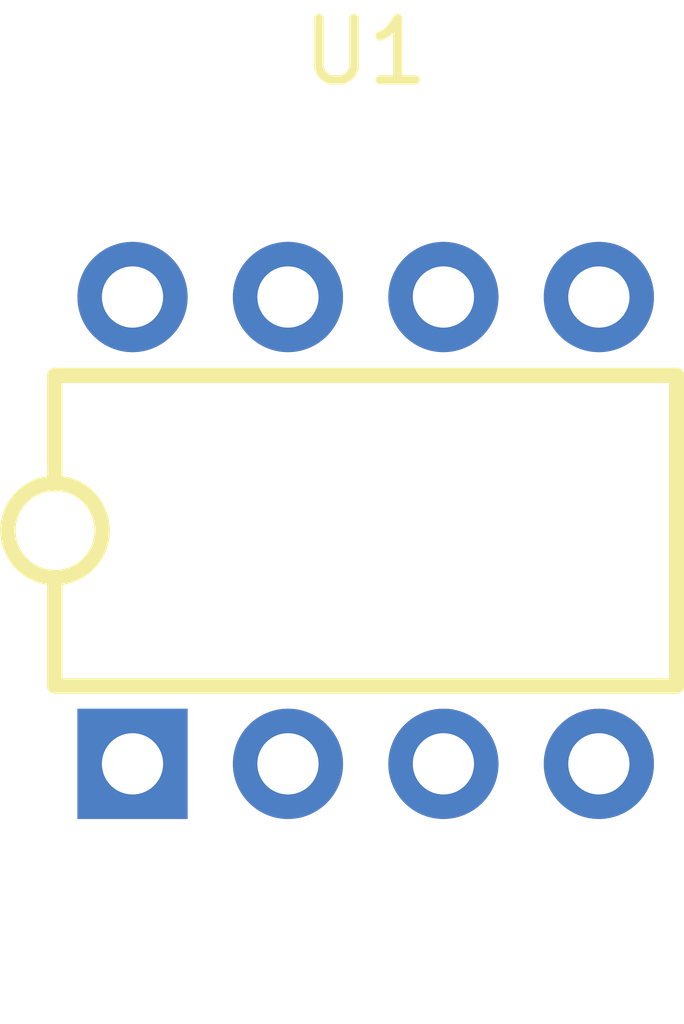
<source format=kicad_pcb>
(kicad_pcb (version 20221018) (generator pcbnew)
  (layers (0 "F.Cu" signal) (31 "B.Cu" signal) (34 "B.Paste" user) (35 "F.Paste" user) (36 "B.SilkS" user "B.Silkscreen") (37 "F.SilkS" user "F.Silkscreen") (38 "B.Mask" user) (39 "F.Mask" user) (44 "Edge.Cuts" user))
  (net 0 "")
  (net 1 "Timer555-gnd")
  (net 2 "timer-trigger")
  (net 3 "timer-output")
  (net 4 "timer-reset")
  (net 5 "timer-ctrl_v")
  (net 6 "timer-threshold")
  (net 7 "timer-discharge")
  (net 8 "Timer555-vcc_5v")
  (footprint "lib:DIP-8_L9.7-W6.4-P2.54-LS7.6-BL" (layer "F.Cu") (at 147.59 98.89)
    (fp_text reference "U1" (at 0 -7.81) (layer "F.SilkS"))
    (fp_text value "")
    (fp_line (start -5.08 -2.53) (end 5.08 -2.53) (stroke (width 0.25)) (layer "F.SilkS"))
    (fp_line (start -5.08 -0.76) (end -5.08 -2.53) (stroke (width 0.25)) (layer "F.SilkS"))
    (fp_line (start -5.08 2.54) (end -5.08 0.77) (stroke (width 0.25)) (layer "F.SilkS"))
    (fp_line (start -5.08 2.54) (end 5.08 2.54) (stroke (width 0.25)) (layer "F.SilkS"))
    (fp_line (start 5.08 2.54) (end 5.08 -2.53) (stroke (width 0.25)) (layer "F.SilkS"))
    (fp_arc (start -5.093438 0.769883) (mid -5.073281 -0.769971) (end -5.08 0.77) (stroke (width 0.25)) (layer "F.SilkS"))
    (pad "1" thru_hole rect (at -3.81 3.81) (size 1.8 1.8) (drill 0.999998) (layers "*.Cu" "*.Mask") (net 1 "Timer555-gnd"))
    (pad "2" thru_hole circle (at -1.27 3.81) (size 1.8 1.8) (drill 0.999998) (layers "*.Cu" "*.Mask") (net 2 "timer-trigger"))
    (pad "3" thru_hole circle (at 1.27 3.81) (size 1.8 1.8) (drill 0.999998) (layers "*.Cu" "*.Mask") (net 3 "timer-output"))
    (pad "4" thru_hole circle (at 3.81 3.81) (size 1.8 1.8) (drill 0.999998) (layers "*.Cu" "*.Mask") (net 4 "timer-reset"))
    (pad "5" thru_hole circle (at 3.81 -3.81) (size 1.8 1.8) (drill 0.999998) (layers "*.Cu" "*.Mask") (net 5 "timer-ctrl_v"))
    (pad "6" thru_hole circle (at 1.27 -3.81) (size 1.8 1.8) (drill 0.999998) (layers "*.Cu" "*.Mask") (net 6 "timer-threshold"))
    (pad "7" thru_hole circle (at -1.27 -3.81) (size 1.8 1.8) (drill 0.999998) (layers "*.Cu" "*.Mask") (net 7 "timer-discharge"))
    (pad "8" thru_hole circle (at -3.81 -3.81) (size 1.8 1.8) (drill 0.999998) (layers "*.Cu" "*.Mask") (net 8 "Timer555-vcc_5v"))
  )
)
</source>
